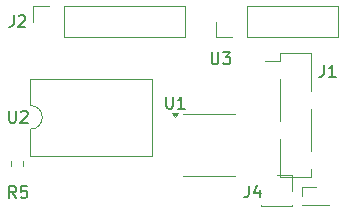
<source format=gbr>
%TF.GenerationSoftware,KiCad,Pcbnew,8.0.1*%
%TF.CreationDate,2025-01-27T15:49:22-05:00*%
%TF.ProjectId,PHY,5048592e-6b69-4636-9164-5f7063625858,rev?*%
%TF.SameCoordinates,Original*%
%TF.FileFunction,Legend,Top*%
%TF.FilePolarity,Positive*%
%FSLAX46Y46*%
G04 Gerber Fmt 4.6, Leading zero omitted, Abs format (unit mm)*
G04 Created by KiCad (PCBNEW 8.0.1) date 2025-01-27 15:49:22*
%MOMM*%
%LPD*%
G01*
G04 APERTURE LIST*
%ADD10C,0.150000*%
%ADD11C,0.120000*%
G04 APERTURE END LIST*
D10*
X156766666Y-90679819D02*
X156766666Y-91394104D01*
X156766666Y-91394104D02*
X156719047Y-91536961D01*
X156719047Y-91536961D02*
X156623809Y-91632200D01*
X156623809Y-91632200D02*
X156480952Y-91679819D01*
X156480952Y-91679819D02*
X156385714Y-91679819D01*
X157671428Y-91013152D02*
X157671428Y-91679819D01*
X157433333Y-90632200D02*
X157195238Y-91346485D01*
X157195238Y-91346485D02*
X157814285Y-91346485D01*
X163116666Y-80479819D02*
X163116666Y-81194104D01*
X163116666Y-81194104D02*
X163069047Y-81336961D01*
X163069047Y-81336961D02*
X162973809Y-81432200D01*
X162973809Y-81432200D02*
X162830952Y-81479819D01*
X162830952Y-81479819D02*
X162735714Y-81479819D01*
X164116666Y-81479819D02*
X163545238Y-81479819D01*
X163830952Y-81479819D02*
X163830952Y-80479819D01*
X163830952Y-80479819D02*
X163735714Y-80622676D01*
X163735714Y-80622676D02*
X163640476Y-80717914D01*
X163640476Y-80717914D02*
X163545238Y-80765533D01*
X153613095Y-79404819D02*
X153613095Y-80214342D01*
X153613095Y-80214342D02*
X153660714Y-80309580D01*
X153660714Y-80309580D02*
X153708333Y-80357200D01*
X153708333Y-80357200D02*
X153803571Y-80404819D01*
X153803571Y-80404819D02*
X153994047Y-80404819D01*
X153994047Y-80404819D02*
X154089285Y-80357200D01*
X154089285Y-80357200D02*
X154136904Y-80309580D01*
X154136904Y-80309580D02*
X154184523Y-80214342D01*
X154184523Y-80214342D02*
X154184523Y-79404819D01*
X154565476Y-79404819D02*
X155184523Y-79404819D01*
X155184523Y-79404819D02*
X154851190Y-79785771D01*
X154851190Y-79785771D02*
X154994047Y-79785771D01*
X154994047Y-79785771D02*
X155089285Y-79833390D01*
X155089285Y-79833390D02*
X155136904Y-79881009D01*
X155136904Y-79881009D02*
X155184523Y-79976247D01*
X155184523Y-79976247D02*
X155184523Y-80214342D01*
X155184523Y-80214342D02*
X155136904Y-80309580D01*
X155136904Y-80309580D02*
X155089285Y-80357200D01*
X155089285Y-80357200D02*
X154994047Y-80404819D01*
X154994047Y-80404819D02*
X154708333Y-80404819D01*
X154708333Y-80404819D02*
X154613095Y-80357200D01*
X154613095Y-80357200D02*
X154565476Y-80309580D01*
X136841666Y-76254819D02*
X136841666Y-76969104D01*
X136841666Y-76969104D02*
X136794047Y-77111961D01*
X136794047Y-77111961D02*
X136698809Y-77207200D01*
X136698809Y-77207200D02*
X136555952Y-77254819D01*
X136555952Y-77254819D02*
X136460714Y-77254819D01*
X137270238Y-76350057D02*
X137317857Y-76302438D01*
X137317857Y-76302438D02*
X137413095Y-76254819D01*
X137413095Y-76254819D02*
X137651190Y-76254819D01*
X137651190Y-76254819D02*
X137746428Y-76302438D01*
X137746428Y-76302438D02*
X137794047Y-76350057D01*
X137794047Y-76350057D02*
X137841666Y-76445295D01*
X137841666Y-76445295D02*
X137841666Y-76540533D01*
X137841666Y-76540533D02*
X137794047Y-76683390D01*
X137794047Y-76683390D02*
X137222619Y-77254819D01*
X137222619Y-77254819D02*
X137841666Y-77254819D01*
X136463095Y-84354819D02*
X136463095Y-85164342D01*
X136463095Y-85164342D02*
X136510714Y-85259580D01*
X136510714Y-85259580D02*
X136558333Y-85307200D01*
X136558333Y-85307200D02*
X136653571Y-85354819D01*
X136653571Y-85354819D02*
X136844047Y-85354819D01*
X136844047Y-85354819D02*
X136939285Y-85307200D01*
X136939285Y-85307200D02*
X136986904Y-85259580D01*
X136986904Y-85259580D02*
X137034523Y-85164342D01*
X137034523Y-85164342D02*
X137034523Y-84354819D01*
X137463095Y-84450057D02*
X137510714Y-84402438D01*
X137510714Y-84402438D02*
X137605952Y-84354819D01*
X137605952Y-84354819D02*
X137844047Y-84354819D01*
X137844047Y-84354819D02*
X137939285Y-84402438D01*
X137939285Y-84402438D02*
X137986904Y-84450057D01*
X137986904Y-84450057D02*
X138034523Y-84545295D01*
X138034523Y-84545295D02*
X138034523Y-84640533D01*
X138034523Y-84640533D02*
X137986904Y-84783390D01*
X137986904Y-84783390D02*
X137415476Y-85354819D01*
X137415476Y-85354819D02*
X138034523Y-85354819D01*
X149763095Y-83154819D02*
X149763095Y-83964342D01*
X149763095Y-83964342D02*
X149810714Y-84059580D01*
X149810714Y-84059580D02*
X149858333Y-84107200D01*
X149858333Y-84107200D02*
X149953571Y-84154819D01*
X149953571Y-84154819D02*
X150144047Y-84154819D01*
X150144047Y-84154819D02*
X150239285Y-84107200D01*
X150239285Y-84107200D02*
X150286904Y-84059580D01*
X150286904Y-84059580D02*
X150334523Y-83964342D01*
X150334523Y-83964342D02*
X150334523Y-83154819D01*
X151334523Y-84154819D02*
X150763095Y-84154819D01*
X151048809Y-84154819D02*
X151048809Y-83154819D01*
X151048809Y-83154819D02*
X150953571Y-83297676D01*
X150953571Y-83297676D02*
X150858333Y-83392914D01*
X150858333Y-83392914D02*
X150763095Y-83440533D01*
X137058333Y-91729819D02*
X136725000Y-91253628D01*
X136486905Y-91729819D02*
X136486905Y-90729819D01*
X136486905Y-90729819D02*
X136867857Y-90729819D01*
X136867857Y-90729819D02*
X136963095Y-90777438D01*
X136963095Y-90777438D02*
X137010714Y-90825057D01*
X137010714Y-90825057D02*
X137058333Y-90920295D01*
X137058333Y-90920295D02*
X137058333Y-91063152D01*
X137058333Y-91063152D02*
X137010714Y-91158390D01*
X137010714Y-91158390D02*
X136963095Y-91206009D01*
X136963095Y-91206009D02*
X136867857Y-91253628D01*
X136867857Y-91253628D02*
X136486905Y-91253628D01*
X137963095Y-90729819D02*
X137486905Y-90729819D01*
X137486905Y-90729819D02*
X137439286Y-91206009D01*
X137439286Y-91206009D02*
X137486905Y-91158390D01*
X137486905Y-91158390D02*
X137582143Y-91110771D01*
X137582143Y-91110771D02*
X137820238Y-91110771D01*
X137820238Y-91110771D02*
X137915476Y-91158390D01*
X137915476Y-91158390D02*
X137963095Y-91206009D01*
X137963095Y-91206009D02*
X138010714Y-91301247D01*
X138010714Y-91301247D02*
X138010714Y-91539342D01*
X138010714Y-91539342D02*
X137963095Y-91634580D01*
X137963095Y-91634580D02*
X137915476Y-91682200D01*
X137915476Y-91682200D02*
X137820238Y-91729819D01*
X137820238Y-91729819D02*
X137582143Y-91729819D01*
X137582143Y-91729819D02*
X137486905Y-91682200D01*
X137486905Y-91682200D02*
X137439286Y-91634580D01*
D11*
%TO.C,J3*%
X161290000Y-90840000D02*
X162400000Y-90840000D01*
X161290000Y-91600000D02*
X161290000Y-90840000D01*
X161290000Y-92360000D02*
X161290000Y-92295000D01*
X161290000Y-92360000D02*
X161836529Y-92360000D01*
X161290000Y-92360000D02*
X163510000Y-92360000D01*
X162963471Y-92360000D02*
X163510000Y-92360000D01*
X163510000Y-92360000D02*
X163510000Y-92295000D01*
%TO.C,J4*%
X157770000Y-92310000D02*
X157770000Y-92430000D01*
X157770000Y-92430000D02*
X160430000Y-92430000D01*
X159100000Y-89770000D02*
X160430000Y-89770000D01*
X160430000Y-89770000D02*
X160430000Y-91100000D01*
X160430000Y-92310000D02*
X160430000Y-92430000D01*
%TO.C,J1*%
X158160000Y-80140000D02*
X159370000Y-80140000D01*
X159370000Y-79470000D02*
X159370000Y-80140000D01*
X159370000Y-79470000D02*
X162030000Y-79470000D01*
X159370000Y-81660000D02*
X159370000Y-85220000D01*
X159370000Y-86740000D02*
X159370000Y-89950000D01*
X159370000Y-89950000D02*
X162030000Y-89950000D01*
X162030000Y-79470000D02*
X162030000Y-82680000D01*
X162030000Y-84200000D02*
X162030000Y-87760000D01*
X162030000Y-89280000D02*
X162030000Y-89950000D01*
%TO.C,U3*%
X154010000Y-78130000D02*
X154010000Y-76800000D01*
X155340000Y-78130000D02*
X154010000Y-78130000D01*
X156610000Y-78130000D02*
X164290000Y-78130000D01*
X156610000Y-78130000D02*
X156610000Y-75470000D01*
X164290000Y-78130000D02*
X164290000Y-75470000D01*
X156610000Y-75470000D02*
X164290000Y-75470000D01*
%TO.C,J2*%
X141110000Y-78130000D02*
X151330000Y-78130000D01*
X141110000Y-78130000D02*
X141110000Y-75470000D01*
X151330000Y-78130000D02*
X151330000Y-75470000D01*
X138510000Y-76800000D02*
X138510000Y-75470000D01*
X138510000Y-75470000D02*
X139840000Y-75470000D01*
X141110000Y-75470000D02*
X151330000Y-75470000D01*
%TO.C,U2*%
X138260000Y-88135000D02*
X148540000Y-88135000D01*
X148540000Y-88135000D02*
X148540000Y-81665000D01*
X138260000Y-85900000D02*
X138260000Y-88135000D01*
X138260000Y-81665000D02*
X138260000Y-83900000D01*
X148540000Y-81665000D02*
X138260000Y-81665000D01*
X138260000Y-83900000D02*
G75*
G02*
X138260000Y-85900000I0J-1000000D01*
G01*
%TO.C,U1*%
X153395000Y-84645000D02*
X151195000Y-84645000D01*
X153395000Y-84645000D02*
X155595000Y-84645000D01*
X153395000Y-89865000D02*
X151195000Y-89865000D01*
X153395000Y-89865000D02*
X155595000Y-89865000D01*
X150495000Y-84845000D02*
X150255000Y-84515000D01*
X150735000Y-84515000D01*
X150495000Y-84845000D01*
G36*
X150495000Y-84845000D02*
G01*
X150255000Y-84515000D01*
X150735000Y-84515000D01*
X150495000Y-84845000D01*
G37*
%TO.C,R5*%
X137662500Y-88562742D02*
X137662500Y-89037258D01*
X136617500Y-88562742D02*
X136617500Y-89037258D01*
%TD*%
M02*

</source>
